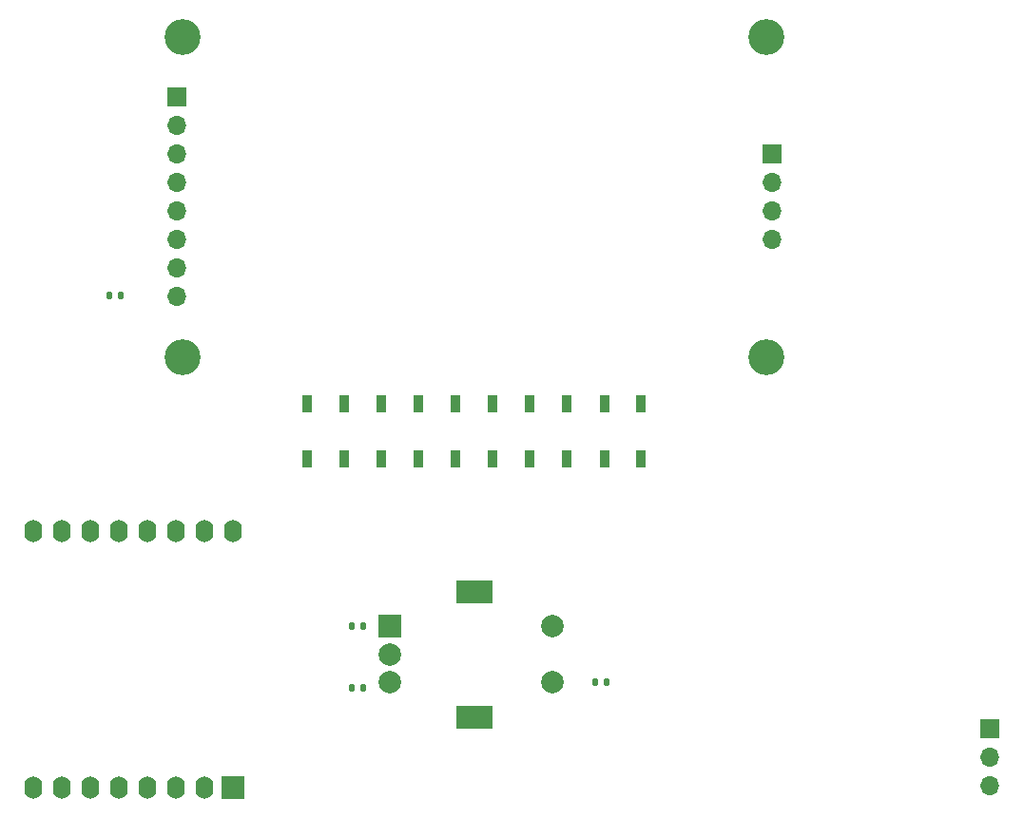
<source format=gbr>
%TF.GenerationSoftware,KiCad,Pcbnew,8.0.7-8.0.7-0~ubuntu22.04.1*%
%TF.CreationDate,2024-12-14T21:10:45+08:00*%
%TF.ProjectId,SmartClock,536d6172-7443-46c6-9f63-6b2e6b696361,rev?*%
%TF.SameCoordinates,Original*%
%TF.FileFunction,Soldermask,Top*%
%TF.FilePolarity,Negative*%
%FSLAX46Y46*%
G04 Gerber Fmt 4.6, Leading zero omitted, Abs format (unit mm)*
G04 Created by KiCad (PCBNEW 8.0.7-8.0.7-0~ubuntu22.04.1) date 2024-12-14 21:10:45*
%MOMM*%
%LPD*%
G01*
G04 APERTURE LIST*
G04 Aperture macros list*
%AMRoundRect*
0 Rectangle with rounded corners*
0 $1 Rounding radius*
0 $2 $3 $4 $5 $6 $7 $8 $9 X,Y pos of 4 corners*
0 Add a 4 corners polygon primitive as box body*
4,1,4,$2,$3,$4,$5,$6,$7,$8,$9,$2,$3,0*
0 Add four circle primitives for the rounded corners*
1,1,$1+$1,$2,$3*
1,1,$1+$1,$4,$5*
1,1,$1+$1,$6,$7*
1,1,$1+$1,$8,$9*
0 Add four rect primitives between the rounded corners*
20,1,$1+$1,$2,$3,$4,$5,0*
20,1,$1+$1,$4,$5,$6,$7,0*
20,1,$1+$1,$6,$7,$8,$9,0*
20,1,$1+$1,$8,$9,$2,$3,0*%
G04 Aperture macros list end*
%ADD10RoundRect,0.090000X0.360000X-0.660000X0.360000X0.660000X-0.360000X0.660000X-0.360000X-0.660000X0*%
%ADD11C,3.200000*%
%ADD12R,1.700000X1.700000*%
%ADD13O,1.700000X1.700000*%
%ADD14R,2.000000X2.000000*%
%ADD15C,2.000000*%
%ADD16R,3.200000X2.000000*%
%ADD17RoundRect,0.135000X0.135000X0.185000X-0.135000X0.185000X-0.135000X-0.185000X0.135000X-0.185000X0*%
%ADD18RoundRect,0.135000X-0.135000X-0.185000X0.135000X-0.185000X0.135000X0.185000X-0.135000X0.185000X0*%
%ADD19O,1.600000X2.000000*%
G04 APERTURE END LIST*
D10*
%TO.C,D3*%
X141095000Y-93610000D03*
X144395000Y-93610000D03*
X144395000Y-88710000D03*
X141095000Y-88710000D03*
%TD*%
D11*
%TO.C,U1*%
X116750000Y-56000000D03*
X116750000Y-84500000D03*
X168750000Y-56000000D03*
X168750000Y-84500000D03*
D12*
X116250000Y-61360000D03*
D13*
X116250000Y-63900000D03*
X116250000Y-66440000D03*
X116250000Y-68980000D03*
X116250000Y-71520000D03*
X116250000Y-74060000D03*
X116250000Y-76600000D03*
X116250000Y-79140000D03*
D12*
X169250000Y-66440000D03*
D13*
X169250000Y-68980000D03*
X169250000Y-71520000D03*
X169250000Y-74060000D03*
%TD*%
D10*
%TO.C,D5*%
X154335000Y-93610000D03*
X157635000Y-93610000D03*
X157635000Y-88710000D03*
X154335000Y-88710000D03*
%TD*%
D14*
%TO.C,SW1*%
X135250000Y-108500000D03*
D15*
X135250000Y-113500000D03*
X135250000Y-111000000D03*
D16*
X142750000Y-105400000D03*
X142750000Y-116600000D03*
D15*
X149750000Y-113500000D03*
X149750000Y-108500000D03*
%TD*%
D10*
%TO.C,D2*%
X134475000Y-93610000D03*
X137775000Y-93610000D03*
X137775000Y-88710000D03*
X134475000Y-88710000D03*
%TD*%
D17*
%TO.C,R4*%
X154510000Y-113490000D03*
X153490000Y-113490000D03*
%TD*%
D18*
%TO.C,R2*%
X131830000Y-108500000D03*
X132850000Y-108500000D03*
%TD*%
D10*
%TO.C,D1*%
X127855000Y-93610000D03*
X131155000Y-93610000D03*
X131155000Y-88710000D03*
X127855000Y-88710000D03*
%TD*%
D18*
%TO.C,R3*%
X131880000Y-113950000D03*
X132900000Y-113950000D03*
%TD*%
D10*
%TO.C,D4*%
X147715000Y-93610000D03*
X151015000Y-93610000D03*
X151015000Y-88710000D03*
X147715000Y-88710000D03*
%TD*%
D18*
%TO.C,R1*%
X110240000Y-79000000D03*
X111260000Y-79000000D03*
%TD*%
D12*
%TO.C,J1*%
X188700000Y-117650000D03*
D13*
X188700000Y-120190000D03*
X188700000Y-122730000D03*
%TD*%
D14*
%TO.C,U2*%
X121280000Y-122850000D03*
D19*
X118740000Y-122850000D03*
X116200000Y-122850000D03*
X113660000Y-122850000D03*
X111120000Y-122850000D03*
X108580000Y-122850000D03*
X106040000Y-122850000D03*
X103500000Y-122850000D03*
X103500000Y-99990000D03*
X106040000Y-99990000D03*
X108580000Y-99990000D03*
X111120000Y-99990000D03*
X113660000Y-99990000D03*
X116200000Y-99990000D03*
X118740000Y-99990000D03*
X121280000Y-99990000D03*
%TD*%
M02*

</source>
